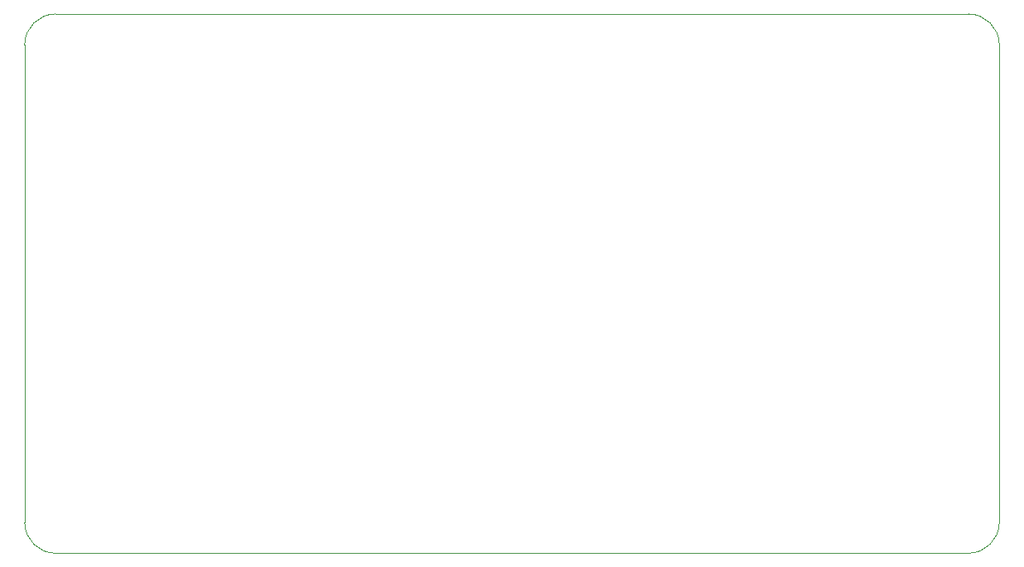
<source format=gm1>
G04 #@! TF.GenerationSoftware,KiCad,Pcbnew,(5.1.8)-1*
G04 #@! TF.CreationDate,2021-02-22T01:51:18+01:00*
G04 #@! TF.ProjectId,C64 Arcade,43363420-4172-4636-9164-652e6b696361,rev?*
G04 #@! TF.SameCoordinates,Original*
G04 #@! TF.FileFunction,Profile,NP*
%FSLAX46Y46*%
G04 Gerber Fmt 4.6, Leading zero omitted, Abs format (unit mm)*
G04 Created by KiCad (PCBNEW (5.1.8)-1) date 2021-02-22 01:51:18*
%MOMM*%
%LPD*%
G01*
G04 APERTURE LIST*
G04 #@! TA.AperFunction,Profile*
%ADD10C,0.050000*%
G04 #@! TD*
G04 APERTURE END LIST*
D10*
X237490000Y-82550000D02*
G75*
G02*
X240665000Y-85725000I0J-3175000D01*
G01*
X140970000Y-85725000D02*
G75*
G02*
X144145000Y-82550000I3175000J0D01*
G01*
X240665000Y-134620000D02*
G75*
G02*
X237490000Y-137795000I-3175000J0D01*
G01*
X144145000Y-137795000D02*
G75*
G02*
X140970000Y-134620000I0J3175000D01*
G01*
X240665000Y-85725000D02*
X240665000Y-134620000D01*
X144145000Y-82550000D02*
X237490000Y-82550000D01*
X140970000Y-134620000D02*
X140970000Y-85725000D01*
X237490000Y-137795000D02*
X144145000Y-137795000D01*
M02*

</source>
